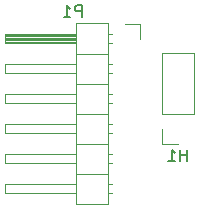
<source format=gbo>
G04 #@! TF.GenerationSoftware,KiCad,Pcbnew,(5.0.2)-1*
G04 #@! TF.CreationDate,2020-03-10T11:29:15-04:00*
G04 #@! TF.ProjectId,FTDI-USB-TTL-49MM,46544449-2d55-4534-922d-54544c2d3439,1*
G04 #@! TF.SameCoordinates,Original*
G04 #@! TF.FileFunction,Legend,Bot*
G04 #@! TF.FilePolarity,Positive*
%FSLAX46Y46*%
G04 Gerber Fmt 4.6, Leading zero omitted, Abs format (unit mm)*
G04 Created by KiCad (PCBNEW (5.0.2)-1) date 3/10/2020 11:29:15 AM*
%MOMM*%
%LPD*%
G01*
G04 APERTURE LIST*
%ADD10C,0.120000*%
%ADD11C,0.150000*%
G04 APERTURE END LIST*
D10*
G04 #@! TO.C,H1*
X14670000Y-18990000D02*
X17330000Y-18990000D01*
X14670000Y-24130000D02*
X14670000Y-18990000D01*
X17330000Y-24130000D02*
X17330000Y-18990000D01*
X14670000Y-24130000D02*
X17330000Y-24130000D01*
X14670000Y-25400000D02*
X14670000Y-26730000D01*
X14670000Y-26730000D02*
X16000000Y-26730000D01*
G04 #@! TO.C,P1*
X10060000Y-16450000D02*
X10060000Y-31810000D01*
X10060000Y-31810000D02*
X7400000Y-31810000D01*
X7400000Y-31810000D02*
X7400000Y-16450000D01*
X7400000Y-16450000D02*
X10060000Y-16450000D01*
X7400000Y-17400000D02*
X1400000Y-17400000D01*
X1400000Y-17400000D02*
X1400000Y-18160000D01*
X1400000Y-18160000D02*
X7400000Y-18160000D01*
X7400000Y-17460000D02*
X1400000Y-17460000D01*
X7400000Y-17580000D02*
X1400000Y-17580000D01*
X7400000Y-17700000D02*
X1400000Y-17700000D01*
X7400000Y-17820000D02*
X1400000Y-17820000D01*
X7400000Y-17940000D02*
X1400000Y-17940000D01*
X7400000Y-18060000D02*
X1400000Y-18060000D01*
X10390000Y-17400000D02*
X10060000Y-17400000D01*
X10390000Y-18160000D02*
X10060000Y-18160000D01*
X10060000Y-19050000D02*
X7400000Y-19050000D01*
X7400000Y-19940000D02*
X1400000Y-19940000D01*
X1400000Y-19940000D02*
X1400000Y-20700000D01*
X1400000Y-20700000D02*
X7400000Y-20700000D01*
X10457071Y-19940000D02*
X10060000Y-19940000D01*
X10457071Y-20700000D02*
X10060000Y-20700000D01*
X10060000Y-21590000D02*
X7400000Y-21590000D01*
X7400000Y-22480000D02*
X1400000Y-22480000D01*
X1400000Y-22480000D02*
X1400000Y-23240000D01*
X1400000Y-23240000D02*
X7400000Y-23240000D01*
X10457071Y-22480000D02*
X10060000Y-22480000D01*
X10457071Y-23240000D02*
X10060000Y-23240000D01*
X10060000Y-24130000D02*
X7400000Y-24130000D01*
X7400000Y-25020000D02*
X1400000Y-25020000D01*
X1400000Y-25020000D02*
X1400000Y-25780000D01*
X1400000Y-25780000D02*
X7400000Y-25780000D01*
X10457071Y-25020000D02*
X10060000Y-25020000D01*
X10457071Y-25780000D02*
X10060000Y-25780000D01*
X10060000Y-26670000D02*
X7400000Y-26670000D01*
X7400000Y-27560000D02*
X1400000Y-27560000D01*
X1400000Y-27560000D02*
X1400000Y-28320000D01*
X1400000Y-28320000D02*
X7400000Y-28320000D01*
X10457071Y-27560000D02*
X10060000Y-27560000D01*
X10457071Y-28320000D02*
X10060000Y-28320000D01*
X10060000Y-29210000D02*
X7400000Y-29210000D01*
X7400000Y-30100000D02*
X1400000Y-30100000D01*
X1400000Y-30100000D02*
X1400000Y-30860000D01*
X1400000Y-30860000D02*
X7400000Y-30860000D01*
X10457071Y-30100000D02*
X10060000Y-30100000D01*
X10457071Y-30860000D02*
X10060000Y-30860000D01*
X12770000Y-17780000D02*
X12770000Y-16510000D01*
X12770000Y-16510000D02*
X11500000Y-16510000D01*
G04 #@! TO.C,H1*
D11*
X16761904Y-28182380D02*
X16761904Y-27182380D01*
X16761904Y-27658571D02*
X16190476Y-27658571D01*
X16190476Y-28182380D02*
X16190476Y-27182380D01*
X15190476Y-28182380D02*
X15761904Y-28182380D01*
X15476190Y-28182380D02*
X15476190Y-27182380D01*
X15571428Y-27325238D01*
X15666666Y-27420476D01*
X15761904Y-27468095D01*
G04 #@! TO.C,P1*
X7853095Y-15962380D02*
X7853095Y-14962380D01*
X7472142Y-14962380D01*
X7376904Y-15010000D01*
X7329285Y-15057619D01*
X7281666Y-15152857D01*
X7281666Y-15295714D01*
X7329285Y-15390952D01*
X7376904Y-15438571D01*
X7472142Y-15486190D01*
X7853095Y-15486190D01*
X6329285Y-15962380D02*
X6900714Y-15962380D01*
X6615000Y-15962380D02*
X6615000Y-14962380D01*
X6710238Y-15105238D01*
X6805476Y-15200476D01*
X6900714Y-15248095D01*
G04 #@! TD*
M02*

</source>
